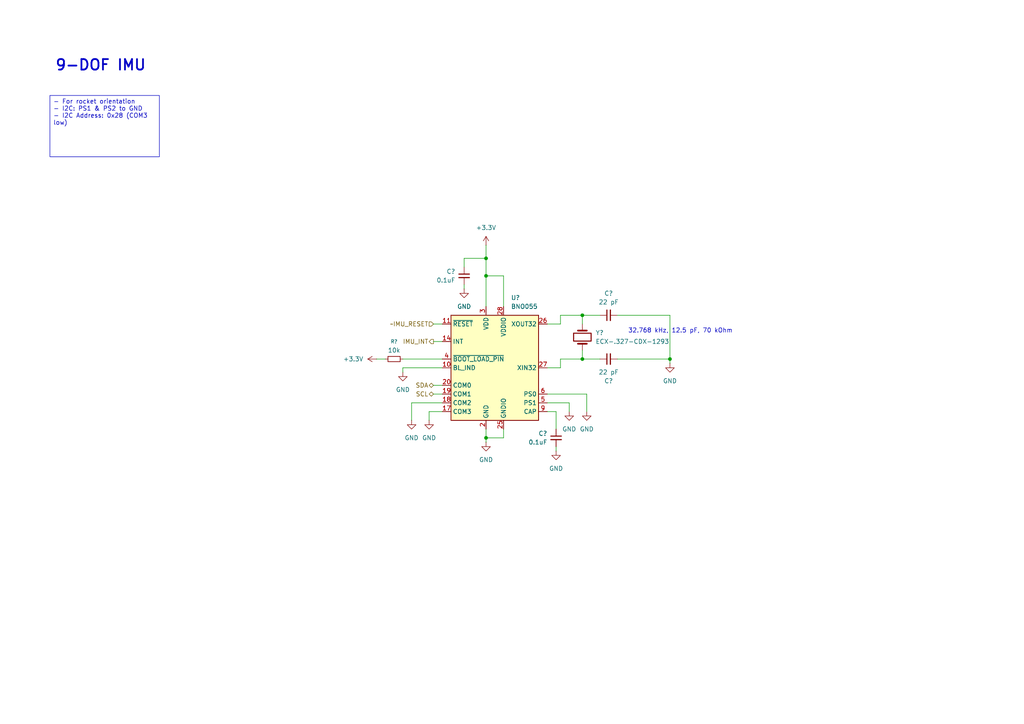
<source format=kicad_sch>
(kicad_sch (version 20250114) (generator "eeschema") (generator_version "9.0")
  (paper "A4")
  (title_block (title "9-DOF Inertial Measurement Unit with Sensor Fusion") (date "2025-08-19") (rev "1") (company "Brian Glen"))
  (lib_symbols
    (symbol "Device:C_Small" (pin_numbers (hide yes)) (pin_names (offset 0.254) (hide yes))
      (property "Reference" "C" (at 0.254 1.778 0))
      (property "Value" "C_Small" (at 0.254 -2.032 0))
      (symbol "C_Small_0_1"
        (polyline (pts (xy -1.524 0.508) (xy 1.524 0.508)) (stroke (width 0.3048)))
        (polyline (pts (xy -1.524 -0.508) (xy 1.524 -0.508)) (stroke (width 0.3302)))
      )
      (symbol "C_Small_1_1"
        (pin passive line (at 0 2.54 270) (length 2.032) (name "~") (number "1"))
        (pin passive line (at 0 -2.54 90) (length 2.032) (name "~") (number "2"))
      )
    )
    (symbol "Device:Crystal" (pin_numbers (hide yes)) (pin_names (offset 1.016) (hide yes))
      (property "Reference" "Y" (at 0 3.81 0))
      (property "Value" "Crystal" (at 0 -3.81 0))
      (symbol "Crystal_0_1"
        (polyline (pts (xy -2.54 0) (xy -1.905 0)))
        (polyline (pts (xy -1.905 -1.27) (xy -1.905 1.27)) (stroke (width 0.508)))
        (rectangle (start -1.143 2.54) (end 1.143 -2.54) (stroke (width 0.3048)))
        (polyline (pts (xy 1.905 -1.27) (xy 1.905 1.27)) (stroke (width 0.508)))
        (polyline (pts (xy 2.54 0) (xy 1.905 0)))
      )
      (symbol "Crystal_1_1"
        (pin passive line (at -3.81 0 0) (length 1.27) (name "1") (number "1"))
        (pin passive line (at 3.81 0 180) (length 1.27) (name "2") (number "2"))
      )
    )
    (symbol "Device:R_Small" (pin_numbers (hide yes)) (pin_names (offset 0.254) (hide yes))
      (property "Reference" "R" (at 0 0 90))
      (property "Value" "R_Small" (at 1.778 0 90))
      (symbol "R_Small_0_1"
        (rectangle (start -0.762 1.778) (end 0.762 -1.778) (stroke (width 0.2032)))
      )
      (symbol "R_Small_1_1"
        (pin passive line (at 0 2.54 270) (length 0.762) (name "~") (number "1"))
        (pin passive line (at 0 -2.54 90) (length 0.762) (name "~") (number "2"))
      )
    )
    (symbol "Sensor_Motion:BNO055"
      (property "Reference" "U" (at -11.43 16.51 0))
      (property "Value" "BNO055" (at 12.7 16.51 0))
      (symbol "BNO055_0_1"
        (rectangle (start -12.7 15.24) (end 12.7 -15.24) (stroke (width 0.254)) (fill (type background)))
      )
      (symbol "BNO055_1_1"
        (pin input line (at -15.24 12.7 0) (length 2.54) (name "~{RESET}") (number "11"))
        (pin output line (at -15.24 7.62 0) (length 2.54) (name "INT") (number "14"))
        (pin input line (at -15.24 2.54 0) (length 2.54) (name "~{BOOT_LOAD_PIN}") (number "4"))
        (pin output line (at -15.24 0 0) (length 2.54) (name "BL_IND") (number "10"))
        (pin bidirectional line (at -15.24 -5.08 0) (length 2.54) (name "COM0") (number "20"))
        (pin bidirectional line (at -15.24 -7.62 0) (length 2.54) (name "COM1") (number "19"))
        (pin passive line (at -15.24 -10.16 0) (length 2.54) (name "COM2") (number "18"))
        (pin input line (at -15.24 -12.7 0) (length 2.54) (name "COM3") (number "17"))
        (pin no_connect line (at -12.7 10.16 0) (length 2.54) (hide yes) (name "PIN1") (number "1"))
        (pin no_connect line (at -12.7 5.08 0) (length 2.54) (hide yes) (name "PIN7") (number "7"))
        (pin no_connect line (at -12.7 -2.54 0) (length 2.54) (hide yes) (name "PIN8") (number "8"))
        (pin power_in line (at -2.54 17.78 270) (length 2.54) (name "VDD") (number "3"))
        (pin power_in line (at -2.54 -17.78 90) (length 2.54) (name "GND") (number "2"))
        (pin power_in line (at 2.54 17.78 270) (length 2.54) (name "VDDIO") (number "28"))
        (pin power_in line (at 2.54 -17.78 90) (length 2.54) (name "GNDIO") (number "25"))
        (pin no_connect line (at 5.08 -15.24 90) (length 2.54) (hide yes) (name "PIN15") (number "15"))
        (pin no_connect line (at 7.62 -15.24 90) (length 2.54) (hide yes) (name "PIN16") (number "16"))
        (pin no_connect line (at 12.7 10.16 180) (length 2.54) (hide yes) (name "PIN12") (number "12"))
        (pin no_connect line (at 12.7 7.62 180) (length 2.54) (hide yes) (name "PIN13") (number "13"))
        (pin no_connect line (at 12.7 5.08 180) (length 2.54) (hide yes) (name "PIN21") (number "21"))
        (pin no_connect line (at 12.7 2.54 180) (length 2.54) (hide yes) (name "PIN22") (number "22"))
        (pin no_connect line (at 12.7 -2.54 180) (length 2.54) (hide yes) (name "PIN23") (number "23"))
        (pin no_connect line (at 12.7 -5.08 180) (length 2.54) (hide yes) (name "PIN24") (number "24"))
        (pin output line (at 15.24 12.7 180) (length 2.54) (name "XOUT32") (number "26"))
        (pin input line (at 15.24 0 180) (length 2.54) (name "XIN32") (number "27"))
        (pin input line (at 15.24 -7.62 180) (length 2.54) (name "PS0") (number "6"))
        (pin input line (at 15.24 -10.16 180) (length 2.54) (name "PS1") (number "5"))
        (pin passive line (at 15.24 -12.7 180) (length 2.54) (name "CAP") (number "9"))
      )
    )
    (symbol "power:+3.3V" (power) (pin_numbers (hide yes)) (pin_names (offset 0) (hide yes))
      (property "Value" "+3.3V" (at 0 3.556 0))
      (symbol "+3.3V_0_1"
        (polyline (pts (xy -0.762 1.27) (xy 0 2.54)))
        (polyline (pts (xy 0 2.54) (xy 0.762 1.27)))
        (polyline (pts (xy 0 0) (xy 0 2.54)))
      )
      (symbol "+3.3V_1_1"
        (pin power_in line (at 0 0 90) (length 0) (name "~") (number "1"))
      )
    )
    (symbol "power:GND" (power) (pin_numbers (hide yes)) (pin_names (offset 0) (hide yes))
      (property "Value" "GND" (at 0 -3.81 0))
      (symbol "GND_0_1"
        (polyline (pts (xy 0 0) (xy 0 -1.27) (xy 1.27 -1.27) (xy 0 -2.54) (xy -1.27 -1.27) (xy 0 -1.27)))
      )
      (symbol "GND_1_1"
        (pin power_in line (at 0 0 270) (length 0) (name "~") (number "1"))
      )
    )
  )
  (text "9-DOF IMU" (at 29.21 19.05 0) (effects (font (size 3.048 3.048) (thickness 0.508) (bold yes))))
  (text "32.768 kHz, 12.5 pF, 70 kOhm" (at 197.358 96.012 0) (effects (font (size 1.27 1.27))))
  (text_box "- For rocket orientation\n- I2C: PS1 & PS2 to GND\n- I2C Address: 0x28 (COM3 low)" (at 14.478 27.686 0) (size 31.75 17.78) (margins 0.9525 0.9525 0.9525 0.9525) (effects (font (size 1.27 1.27)) (justify left top)))
  (junction (at 140.97 80.01))
  (junction (at 194.31 104.14))
  (junction (at 168.91 91.44))
  (junction (at 140.97 127))
  (junction (at 140.97 74.93))
  (junction (at 168.91 104.14))
  (wire (pts (xy 134.62 74.93) (xy 140.97 74.93)))
  (wire (pts (xy 116.84 106.68) (xy 128.27 106.68)))
  (wire (pts (xy 162.56 93.98) (xy 158.75 93.98)))
  (wire (pts (xy 168.91 91.44) (xy 173.99 91.44)))
  (wire (pts (xy 140.97 71.12) (xy 140.97 74.93)))
  (wire (pts (xy 140.97 124.46) (xy 140.97 127)))
  (wire (pts (xy 161.29 129.54) (xy 161.29 130.81)))
  (wire (pts (xy 194.31 91.44) (xy 194.31 104.14)))
  (wire (pts (xy 140.97 80.01) (xy 140.97 88.9)))
  (wire (pts (xy 119.38 121.92) (xy 119.38 116.84)))
  (wire (pts (xy 116.84 104.14) (xy 128.27 104.14)))
  (wire (pts (xy 179.07 91.44) (xy 194.31 91.44)))
  (wire (pts (xy 162.56 106.68) (xy 158.75 106.68)))
  (wire (pts (xy 170.18 114.3) (xy 158.75 114.3)))
  (wire (pts (xy 162.56 104.14) (xy 162.56 106.68)))
  (wire (pts (xy 165.1 116.84) (xy 158.75 116.84)))
  (wire (pts (xy 119.38 116.84) (xy 128.27 116.84)))
  (wire (pts (xy 134.62 82.55) (xy 134.62 83.82)))
  (wire (pts (xy 162.56 104.14) (xy 168.91 104.14)))
  (wire (pts (xy 125.73 93.98) (xy 128.27 93.98)))
  (wire (pts (xy 140.97 74.93) (xy 140.97 80.01)))
  (wire (pts (xy 170.18 114.3) (xy 170.18 119.38)))
  (wire (pts (xy 161.29 124.46) (xy 161.29 119.38)))
  (wire (pts (xy 168.91 91.44) (xy 168.91 93.98)))
  (wire (pts (xy 168.91 104.14) (xy 168.91 101.6)))
  (wire (pts (xy 124.46 119.38) (xy 124.46 121.92)))
  (wire (pts (xy 140.97 127) (xy 146.05 127)))
  (wire (pts (xy 124.46 119.38) (xy 128.27 119.38)))
  (wire (pts (xy 116.84 106.68) (xy 116.84 107.95)))
  (wire (pts (xy 165.1 116.84) (xy 165.1 119.38)))
  (wire (pts (xy 109.22 104.14) (xy 111.76 104.14)))
  (wire (pts (xy 134.62 77.47) (xy 134.62 74.93)))
  (wire (pts (xy 146.05 80.01) (xy 140.97 80.01)))
  (wire (pts (xy 125.73 111.76) (xy 128.27 111.76)))
  (wire (pts (xy 162.56 91.44) (xy 168.91 91.44)))
  (wire (pts (xy 125.73 99.06) (xy 128.27 99.06)))
  (wire (pts (xy 140.97 127) (xy 140.97 128.27)))
  (wire (pts (xy 161.29 119.38) (xy 158.75 119.38)))
  (wire (pts (xy 146.05 88.9) (xy 146.05 80.01)))
  (wire (pts (xy 146.05 127) (xy 146.05 124.46)))
  (wire (pts (xy 179.07 104.14) (xy 194.31 104.14)))
  (wire (pts (xy 125.73 114.3) (xy 128.27 114.3)))
  (wire (pts (xy 194.31 105.41) (xy 194.31 104.14)))
  (wire (pts (xy 162.56 91.44) (xy 162.56 93.98)))
  (wire (pts (xy 168.91 104.14) (xy 173.99 104.14)))
  (hierarchical_label "IMU_INT" (shape output) (at 125.73 99.06 180))
  (hierarchical_label "SCL" (shape bidirectional) (at 125.73 114.3 180))
  (hierarchical_label "~IMU_RESET" (shape input) (at 125.73 93.98 180))
  (hierarchical_label "SDA" (shape bidirectional) (at 125.73 111.76 180))
  (symbol (lib_id "Device:R_Small") (at 114.3 104.14 90) (unit 1)
    (property "Reference" "R?" (at 114.3 99.06 90) (effects (font (size 1.016 1.016))))
    (property "Value" "10k" (at 114.3 101.6 90))
    (property "Footprint" "Resistor_SMD:R_0603_1608Metric" (effects (hide yes)))
    (property "Description" "Resistor, small symbol" (effects (hide yes)))
  )
  (symbol (lib_id "power:+3.3V") (at 109.22 104.14 90) (unit 1)
    (property "Reference" "#PWR?" (effects (hide yes)))
    (property "Value" "+3.3V" (at 105.41 104.1399 90) (effects (justify left)))
    (property "Description" "Power symbol creates a global label with name \"+3.3V\"" (effects (hide yes)))
  )
  (symbol (lib_id "power:GND") (at 165.1 119.38 0) (unit 1)
    (property "Reference" "#PWR?" (effects (hide yes)))
    (property "Value" "GND" (at 165.1 124.46 0))
    (property "Description" "Power symbol creates a global label with name \"GND\" , ground" (effects (hide yes)))
  )
  (symbol (lib_id "Device:C_Small") (at 176.53 104.14 90) (mirror x) (unit 1)
    (property "Reference" "C?" (at 176.5363 110.49 90))
    (property "Value" "22 pF" (at 176.5363 107.95 90))
    (property "Footprint" "Capacitor_SMD:C_0603_1608Metric" (effects (hide yes)))
    (property "Description" "Unpolarized capacitor, small symbol" (effects (hide yes)))
  )
  (symbol (lib_id "Device:Crystal") (at 168.91 97.79 90) (unit 1)
    (property "Reference" "Y?" (at 172.72 96.5199 90) (effects (justify right)))
    (property "Value" "ECX-.327-CDX-1293" (at 172.72 99.0599 90) (effects (justify right)))
    (property "Footprint" "Crystal:Crystal_SMD_3215-2Pin_3.2x1.5mm" (effects (hide yes)))
    (property "Description" "Two pin crystal" (effects (hide yes)))
  )
  (symbol (lib_id "power:GND") (at 161.29 130.81 0) (unit 1)
    (property "Reference" "#PWR?" (effects (hide yes)))
    (property "Value" "GND" (at 161.29 135.89 0))
    (property "Description" "Power symbol creates a global label with name \"GND\" , ground" (effects (hide yes)))
  )
  (symbol (lib_id "power:GND") (at 116.84 107.95 0) (unit 1)
    (property "Reference" "#PWR?" (effects (hide yes)))
    (property "Value" "GND" (at 116.84 113.03 0))
    (property "Description" "Power symbol creates a global label with name \"GND\" , ground" (effects (hide yes)))
  )
  (symbol (lib_id "power:GND") (at 194.31 105.41 0) (unit 1)
    (property "Reference" "#PWR?" (effects (hide yes)))
    (property "Value" "GND" (at 194.31 110.49 0))
    (property "Description" "Power symbol creates a global label with name \"GND\" , ground" (effects (hide yes)))
  )
  (symbol (lib_id "Sensor_Motion:BNO055") (at 143.51 106.68 0) (unit 1)
    (property "Reference" "U?" (at 148.1933 86.36 0) (effects (justify left)))
    (property "Value" "BNO055" (at 148.1933 88.9 0) (effects (justify left)))
    (property "Footprint" "Package_LGA:LGA-28_5.2x3.8mm_P0.5mm" (effects (hide yes)))
    (property "Datasheet" "https://www.bosch-sensortec.com/media/boschsensortec/downloads/datasheets/bst-bno055-ds000.pdf" (effects (hide yes)))
    (property "Description" "Intelligent 9-axis absolute orientation sensor, LGA-28" (effects (hide yes)))
  )
  (symbol (lib_id "power:GND") (at 119.38 121.92 0) (unit 1)
    (property "Reference" "#PWR?" (effects (hide yes)))
    (property "Value" "GND" (at 119.38 127 0))
    (property "Description" "Power symbol creates a global label with name \"GND\" , ground" (effects (hide yes)))
  )
  (symbol (lib_id "Device:C_Small") (at 134.62 80.01 0) (unit 1)
    (property "Reference" "C?" (at 132.08 78.7462 0) (effects (justify right)))
    (property "Value" "0.1uF" (at 132.08 81.2862 0) (effects (justify right)))
    (property "Footprint" "Capacitor_SMD:C_0603_1608Metric" (effects (hide yes)))
    (property "Description" "Unpolarized capacitor, small symbol" (effects (hide yes)))
  )
  (symbol (lib_id "power:GND") (at 124.46 121.92 0) (unit 1)
    (property "Reference" "#PWR?" (effects (hide yes)))
    (property "Value" "GND" (at 124.46 127 0))
    (property "Description" "Power symbol creates a global label with name \"GND\" , ground" (effects (hide yes)))
  )
  (symbol (lib_id "Device:C_Small") (at 176.53 91.44 90) (unit 1)
    (property "Reference" "C?" (at 176.5363 85.09 90))
    (property "Value" "22 pF" (at 176.5363 87.63 90))
    (property "Footprint" "Capacitor_SMD:C_0603_1608Metric" (effects (hide yes)))
    (property "Description" "Unpolarized capacitor, small symbol" (effects (hide yes)))
  )
  (symbol (lib_id "power:+3.3V") (at 140.97 71.12 0) (unit 1)
    (property "Reference" "#PWR?" (effects (hide yes)))
    (property "Value" "+3.3V" (at 140.97 66.04 0))
    (property "Description" "Power symbol creates a global label with name \"+3.3V\"" (effects (hide yes)))
  )
  (symbol (lib_id "power:GND") (at 140.97 128.27 0) (unit 1)
    (property "Reference" "#PWR?" (effects (hide yes)))
    (property "Value" "GND" (at 140.97 133.35 0))
    (property "Description" "Power symbol creates a global label with name \"GND\" , ground" (effects (hide yes)))
  )
  (symbol (lib_id "power:GND") (at 134.62 83.82 0) (unit 1)
    (property "Reference" "#PWR?" (effects (hide yes)))
    (property "Value" "GND" (at 134.62 88.9 0))
    (property "Description" "Power symbol creates a global label with name \"GND\" , ground" (effects (hide yes)))
  )
  (symbol (lib_id "power:GND") (at 170.18 119.38 0) (unit 1)
    (property "Reference" "#PWR?" (effects (hide yes)))
    (property "Value" "GND" (at 170.18 124.46 0))
    (property "Description" "Power symbol creates a global label with name \"GND\" , ground" (effects (hide yes)))
  )
  (symbol (lib_id "Device:C_Small") (at 161.29 127 0) (unit 1)
    (property "Reference" "C?" (at 158.75 125.7362 0) (effects (justify right)))
    (property "Value" "0.1uF" (at 158.75 128.2762 0) (effects (justify right)))
    (property "Footprint" "Capacitor_SMD:C_0603_1608Metric" (effects (hide yes)))
    (property "Description" "Unpolarized capacitor, small symbol" (effects (hide yes)))
  )
)
</source>
